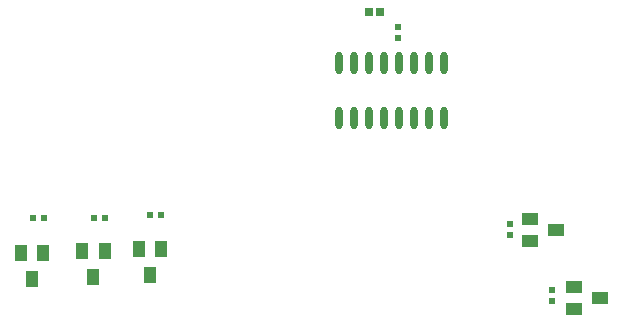
<source format=gbr>
%TF.GenerationSoftware,Altium Limited,Altium Designer,23.4.1 (23)*%
G04 Layer_Color=8421504*
%FSLAX45Y45*%
%MOMM*%
%TF.SameCoordinates,7AEF0BED-FCCA-4DCD-95BC-53F5E5A48FEA*%
%TF.FilePolarity,Positive*%
%TF.FileFunction,Paste,Top*%
%TF.Part,Single*%
G01*
G75*
%TA.AperFunction,SMDPad,CuDef*%
%ADD11O,0.60000X1.90000*%
%ADD12R,1.40000X1.00000*%
G04:AMPARAMS|DCode=13|XSize=0.55mm|YSize=0.5mm|CornerRadius=0.0625mm|HoleSize=0mm|Usage=FLASHONLY|Rotation=0.000|XOffset=0mm|YOffset=0mm|HoleType=Round|Shape=RoundedRectangle|*
%AMROUNDEDRECTD13*
21,1,0.55000,0.37500,0,0,0.0*
21,1,0.42500,0.50000,0,0,0.0*
1,1,0.12500,0.21250,-0.18750*
1,1,0.12500,-0.21250,-0.18750*
1,1,0.12500,-0.21250,0.18750*
1,1,0.12500,0.21250,0.18750*
%
%ADD13ROUNDEDRECTD13*%
%ADD14R,0.75000X0.70000*%
%ADD15R,1.00000X1.40000*%
G04:AMPARAMS|DCode=16|XSize=0.55mm|YSize=0.5mm|CornerRadius=0.0625mm|HoleSize=0mm|Usage=FLASHONLY|Rotation=270.000|XOffset=0mm|YOffset=0mm|HoleType=Round|Shape=RoundedRectangle|*
%AMROUNDEDRECTD16*
21,1,0.55000,0.37500,0,0,270.0*
21,1,0.42500,0.50000,0,0,270.0*
1,1,0.12500,-0.18750,-0.21250*
1,1,0.12500,-0.18750,0.21250*
1,1,0.12500,0.18750,0.21250*
1,1,0.12500,0.18750,-0.21250*
%
%ADD16ROUNDEDRECTD16*%
D11*
X8639002Y8845001D02*
D03*
X8512002D02*
D03*
X8385002D02*
D03*
X8258002D02*
D03*
X8131002D02*
D03*
X8004002D02*
D03*
X7877002D02*
D03*
X7750002D02*
D03*
X8639002Y8375000D02*
D03*
X8512002D02*
D03*
X8385002D02*
D03*
X8258002D02*
D03*
X8131002D02*
D03*
X8004002D02*
D03*
X7877002D02*
D03*
X7750002D02*
D03*
D12*
X9585000Y7424999D02*
D03*
X9365000Y7329998D02*
D03*
Y7520000D02*
D03*
X9960000Y6849999D02*
D03*
X9740001Y6755003D02*
D03*
Y6945000D02*
D03*
D13*
X9200002Y7384999D02*
D03*
Y7475002D02*
D03*
X9549999Y6825000D02*
D03*
Y6914998D02*
D03*
X8250001Y9145001D02*
D03*
Y9055003D02*
D03*
D14*
X8095001Y9275000D02*
D03*
X8000000D02*
D03*
D15*
X6150000Y7049999D02*
D03*
X6054999Y7269998D02*
D03*
X6245001D02*
D03*
X5669996Y7029994D02*
D03*
X5575000Y7249998D02*
D03*
X5764997D02*
D03*
X5149997Y7014997D02*
D03*
X5055001Y7235002D02*
D03*
X5244998D02*
D03*
D16*
X5675000Y7524999D02*
D03*
X5765002D02*
D03*
X5160000D02*
D03*
X5250002D02*
D03*
X6150000Y7549998D02*
D03*
X6239998D02*
D03*
%TF.MD5,93efabd093f497bddb30928c48678071*%
M02*

</source>
